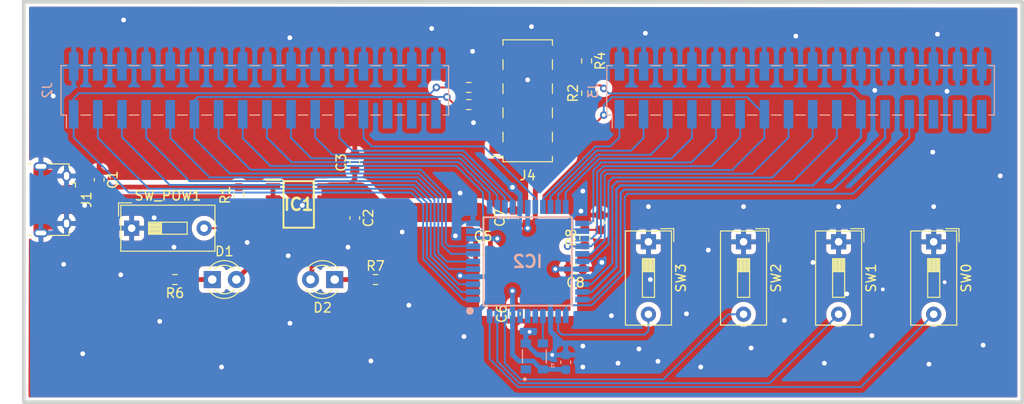
<source format=kicad_pcb>
(kicad_pcb (version 20211014) (generator pcbnew)
  (layers (0 "F.Cu" signal) (31 "B.Cu" signal) (34 "B.Paste" user) (35 "F.Paste" user) (36 "B.SilkS" user "B.Silkscreen") (37 "F.SilkS" user "F.Silkscreen") (38 "B.Mask" user) (39 "F.Mask" user) (44 "Edge.Cuts" user))
  (net 0 "")
  (net 1 "GND")
  (net 2 "+5V")
  (net 3 "Net-(C2-Pad1)")
  (net 4 "+3.3V")
  (net 5 "Net-(C4-Pad1)")
  (net 6 "Net-(IC1-Pad3)")
  (net 7 "/DI0{slash}TDI")
  (net 8 "/DI1")
  (net 9 "/DI2")
  (net 10 "/DI3")
  (net 11 "/DI4")
  (net 12 "/DI5{slash}TMS")
  (net 13 "/DI10")
  (net 14 "/DI11")
  (net 15 "/DI6")
  (net 16 "/DI12")
  (net 17 "/DO6{slash}TCK")
  (net 18 "/DO12")
  (net 19 "Net-(IC2-Pad37)")
  (net 26 "/DI7")
  (net 27 "/DI8")
  (net 28 "/DI9")
  (net 29 "/DO0")
  (net 30 "/DO1")
  (net 31 "/DO2")
  (net 32 "/DO3")
  (net 33 "/DO4")
  (net 34 "/DO5")
  (net 35 "Net-(D1-Pad1)")
  (net 36 "/DO7")
  (net 37 "/DO8")
  (net 38 "/DO9")
  (net 39 "/SW_B0")
  (net 40 "/SW_B1")
  (net 41 "/SW_B2")
  (net 42 "/SW_B3")
  (net 43 "Net-(D2-Pad1)")
  (net 44 "Net-(J4-Pad6)")
  (net 47 "/STATUS_LED")
  (net 55 "/DO11")
  (net 56 "/DO10{slash}TDO")
  (footprint "Resistor_SMD:R_0603_1608Metric" (layer "F.Cu") (at 134.9 69.5)
    (fp_text reference "R3" hide)
    (fp_text value "10k")
  )
  (footprint "Capacitor_SMD:C_0603_1608Metric" (layer "F.Cu") (at 139.6 81.4 90)
    (fp_text reference "C7")
    (fp_text value "4.7u")
  )
  (footprint "Resistor_SMD:R_0603_1608Metric" (layer "F.Cu") (at 147.3 64.9 -90)
    (fp_text reference "R4")
    (fp_text value "10k")
  )
  (footprint "Resistor_SMD:R_0603_1608Metric" (layer "F.Cu") (at 125.1 87.9)
    (fp_text reference "R7")
    (fp_text value "R")
  )
  (footprint "Resistor_SMD:R_0603_1608Metric" (layer "F.Cu") (at 110.715 79 90)
    (fp_text reference "R1")
    (fp_text value "10k")
  )
  (footprint "Button_Switch_THT:SW_DIP_SPSTx01_Slide_9.78x4.72mm_W7.62mm_P2.54mm" (layer "F.Cu") (at 163.8 83.9325 -90)
    (fp_text reference "SW2")
    (fp_text value "SW_DIP_x01")
  )
  (footprint "Button_Switch_THT:SW_DIP_SPSTx01_Slide_9.78x4.72mm_W7.62mm_P2.54mm" (layer "F.Cu") (at 173.8 83.9325 -90)
    (fp_text reference "SW1")
    (fp_text value "SW_DIP_x01")
  )
  (footprint "Resistor_SMD:R_0603_1608Metric" (layer "F.Cu") (at 147.3 68.3 90)
    (fp_text reference "R2")
    (fp_text value "22")
  )
  (footprint "Button_Switch_THT:SW_DIP_SPSTx01_Slide_9.78x4.72mm_W7.62mm_P2.54mm" (layer "F.Cu") (at 183.8 83.9325 -90)
    (fp_text reference "SW0")
    (fp_text value "SW_DIP_x01")
  )
  (footprint "Capacitor_SMD:C_0603_1608Metric" (layer "F.Cu") (at 122.915 75.6 90)
    (fp_text reference "C3")
    (fp_text value "10u")
  )
  (footprint "Resistor_SMD:R_0603_1608Metric" (layer "F.Cu") (at 134.9 67.7 180)
    (fp_text reference "R5" hide)
    (fp_text value "10k")
  )
  (footprint "Resistor_SMD:R_0603_1608Metric" (layer "F.Cu") (at 147.1 83.5 90)
    (fp_text reference "R8")
    (fp_text value "68")
  )
  (footprint "Capacitor_SMD:C_0603_1608Metric" (layer "F.Cu") (at 139.8 91.5 90)
    (fp_text reference "C6")
    (fp_text value "4.7u")
  )
  (footprint "Resistor_SMD:R_0603_1608Metric" (layer "F.Cu") (at 104 87.9 180)
    (fp_text reference "R6")
    (fp_text value "R")
  )
  (footprint "LED_THT:LED_D3.0mm" (layer "F.Cu") (at 120.8 87.9 180)
    (fp_text reference "D2")
    (fp_text value "LED")
  )
  (footprint "Connector_PinSocket_2.54mm:PinSocket_2x05_P2.54mm_Vertical_SMD" (layer "F.Cu") (at 141.1 69.1 180)
    (fp_text reference "J4")
    (fp_text value "Conn_ARM_JTAG_SWD_10")
  )
  (footprint "LED_THT:LED_D3.0mm" (layer "F.Cu") (at 107.925 87.9)
    (fp_text reference "D1")
    (fp_text value "LED")
  )
  (footprint "Capacitor_SMD:C_0603_1608Metric" (layer "F.Cu") (at 122.915 81.425 -90)
    (fp_text reference "C2")
    (fp_text value "1u")
  )
  (footprint "Capacitor_SMD:C_0603_1608Metric" (layer "F.Cu") (at 96.03 77.4 -90)
    (fp_text reference "C1")
    (fp_text value "4.7u")
  )
  (footprint "Capacitor_SMD:C_0603_1608Metric" (layer "F.Cu") (at 146.125 86.8 180)
    (fp_text reference "C8")
    (fp_text value "4.7u")
  )
  (footprint "Connector_USB:USB_Micro-B_Amphenol_10118194_Horizontal" (layer "F.Cu") (at 91.2 79.5 -90)
    (fp_text reference "J1")
    (fp_text value "USB_OTG")
  )
  (footprint "Capacitor_SMD:C_0603_1608Metric" (layer "F.Cu") (at 148.7 81.9 90)
    (fp_text reference "C4" hide)
    (fp_text value "100p")
  )
  (footprint "Button_Switch_THT:SW_DIP_SPSTx01_Slide_9.78x4.72mm_W7.62mm_P2.54mm" (layer "F.Cu") (at 153.8 83.9325 -90)
    (fp_text reference "SW3")
    (fp_text value "SW_DIP_x01")
  )
  (footprint "Button_Switch_THT:SW_DIP_SPSTx01_Slide_9.78x4.72mm_W7.62mm_P2.54mm" (layer "F.Cu") (at 99.4475 82.5)
    (fp_text reference "SW_POW1")
    (fp_text value "POWER_SW")
  )
  (footprint "Capacitor_SMD:C_0603_1608Metric" (layer "F.Cu") (at 136.4 84.8)
    (fp_text reference "C5")
    (fp_text value "4.7u")
  )
  (footprint "MCP1726:SOIC127P600X175-8N" (layer "F.Cu") (at 117.015 80)
    (fp_text reference "IC1")
    (fp_text value "MCP1726-3302E_SN" hide)
  )
  (footprint "EPM3064:QFP80P1200X1200X120-44N" (layer "B.Cu") (at 141.1 86)
    (fp_text reference "IC2")
    (fp_text value "EPM3064ATC44-7N" hide)
  )
  (footprint "Connector_PinSocket_2.54mm:PinSocket_2x16_P2.54mm_Vertical_SMD" (layer "B.Cu") (at 112.4 68 -90)
    (fp_text reference "J2")
    (fp_text value "INPUTS")
  )
  (footprint "ECS_3225:OSC_ECS-TXO-3225-250-TR" (layer "B.Cu") (at 141.8 95.9825 90)
    (fp_text reference "Y1")
    (fp_text value "ECS-TXO-3225-250-TR")
  )
  (footprint "Connector_PinSocket_2.54mm:PinSocket_2x16_P2.54mm_Vertical_SMD" (layer "B.Cu") (at 169.8 68 -90)
    (fp_text reference "J3")
    (fp_text value "OUTPUTS")
  )
  (footprint "Capacitor_SMD:C_0603_1608Metric" (layer "B.Cu") (at 145.1 96.6 -90)
    (fp_text reference "C9" hide)
    (fp_text value "0.1u")
  )
  (gr_rect locked (start 88.1 58.7) (end 193.1 100.8) (layer "Edge.Cuts") (width 0.4) (fill none))
  (segment (start 139.7 69.1) (end 140.9 67.9) (width 0.5) (layer "F.Cu") (net 1))
  (segment (start 138.58 69.1) (end 139.7 69.1) (width 0.5) (layer "F.Cu") (net 1))
  (segment (start 140.9 67.9) (end 141.1 67.7) (width 0.5) (layer "F.Cu") (net 1))
  (segment (start 135.64 71.64) (end 135.4 71.4) (width 0.5) (layer "F.Cu") (net 1))
  (segment (start 141.1 67.7) (end 141.1 66.9) (width 0.5) (layer "F.Cu") (net 1))
  (segment (start 138.58 71.64) (end 135.64 71.64) (width 0.5) (layer "F.Cu") (net 1))
  (via (at 128.6 90.6) (size 1) (drill 0.5) (layers "F.Cu" "B.Cu") (net 1))
  (via (at 185.2 68.1) (size 1) (drill 0.5) (layers "F.Cu" "B.Cu") (net 1))
  (via (at 102.4 92.3) (size 1) (drill 0.5) (layers "F.Cu" "B.Cu") (net 1))
  (via (at 164.6 95.1) (size 1) (drill 0.5) (layers "F.Cu" "B.Cu") (net 1))
  (via (at 134.4 93.9) (size 1) (drill 0.5) (layers "F.Cu" "B.Cu") (net 1))
  (via (at 135.4 71.4) (size 1) (drill 0.5) (layers "F.Cu" "B.Cu") (net 1))
  (via (at 190.8 77) (size 1) (drill 0.5) (layers "F.Cu" "B.Cu") (net 1))
  (via (at 135.3 63.9) (size 1) (drill 0.5) (layers "F.Cu" "B.Cu") (net 1))
  (via (at 183.3 96.8) (size 1) (drill 0.5) (layers "F.Cu" "B.Cu") (net 1))
  (via (at 184.95 88.1825) (size 0.8) (drill 0.4) (layers "F.Cu" "B.Cu") (net 1))
  (via (at 131 61.5) (size 1) (drill 0.5) (layers "F.Cu" "B.Cu") (net 1))
  (via (at 103.9 84.5) (size 1) (drill 0.5) (layers "F.Cu" "B.Cu") (net 1))
  (via (at 94.3 95.7) (size 1) (drill 0.5) (layers "F.Cu" "B.Cu") (net 1))
  (via (at 134 87.4995) (size 0.8) (drill 0.4) (layers "F.Cu" "B.Cu") (net 1))
  (via (at 139.5 78.2) (size 1) (drill 0.5) (layers "F.Cu" "B.Cu") (net 1))
  (via (at 157.8 91.5) (size 1) (drill 0.5) (layers "F.Cu" "B.Cu") (net 1))
  (via (at 117.4 80.1) (size 1) (drill 0.5) (layers "F.Cu" "B.Cu") (net 1))
  (via (at 159.3 97.1) (size 1) (drill 0.5) (layers "F.Cu" "B.Cu") (net 1))
  (via (at 154.8 96.5) (size 1) (drill 0.5) (layers "F.Cu" "B.Cu") (net 1))
  (via (at 115.915 85.4) (size 1) (drill 0.5) (layers "F.Cu" "B.Cu") (net 1))
  (via (at 173.8 80.2325) (size 1) (drill 0.5) (layers "F.Cu" "B.Cu") (net 1))
  (via (at 94.5 80.1) (size 1) (drill 0.5) (layers "F.Cu" "B.Cu") (net 1))
  (via (at 160.1 84.8) (size 1) (drill 0.5) (layers "F.Cu" "B.Cu") (net 1))
  (via (at 171.1 86.1) (size 1) (drill 0.5) (layers "F.Cu" "B.Cu") (net 1))
  (via (at 91.2 68.6) (size 1) (drill 0.5) (layers "F.Cu" "B.Cu") (net 1))
  (via (at 92.3 86.3) (size 1) (drill 0.5) (layers "F.Cu" "B.Cu") (net 1))
  (via (at 150.6 96.7) (size 1) (drill 0.5) (layers "F.Cu" "B.Cu") (net 1))
  (via (at 146.9 78.6) (size 1) (drill 0.5) (layers "F.Cu" "B.Cu") (net 1))
  (via (at 189 94.8) (size 1) (drill 0.5) (layers "F.Cu" "B.Cu") (net 1))
  (via (at 146.9 97.1) (size 1) (drill 0.5) (layers "F.Cu" "B.Cu") (net 1))
  (via (at 133.5 83.3) (size 1) (drill 0.5) (layers "F.Cu" "B.Cu") (net 1))
  (via (at 116.1 92.5) (size 1) (drill 0.5) (layers "F.Cu" "B.Cu") (net 1))
  (via (at 98.6 60.6) (size 1) (drill 0.5) (layers "F.Cu" "B.Cu") (net 1))
  (via (at 177.6 68) (size 1) (drill 0.5) (layers "F.Cu" "B.Cu") (net 1))
  (via (at 153.8 80.2325) (size 1) (drill 0.5) (layers "F.Cu" "B.Cu") (net 1))
  (via (at 183.8 80.2325) (size 1) (drill 0.5) (layers "F.Cu" "B.Cu") (net 1))
  (via (at 116.085511 62.46728) (size 1) (drill 0.5) (layers "F.Cu" "B.Cu") (net 1))
  (via (at 178.45 88.9325) (size 0.8) (drill 0.4) (layers "F.Cu" "B.Cu") (net 1))
  (via (at 143.675 95.825) (size 0.8) (drill 0.4) (layers "F.Cu" "B.Cu") (net 1))
  (via (at 183.7 74.5) (size 1) (drill 0.5) (layers "F.Cu" "B.Cu") (net 1))
  (via (at 174.657675 89.408177) (size 1) (drill 0.5) (layers "F.Cu" "B.Cu") (net 1))
  (via (at 101.815 81.4) (size 1) (drill 0.5) (layers "F.Cu" "B.Cu") (net 1))
  (via (at 98.3 87.4) (size 1) (drill 0.5) (layers "F.Cu" "B.Cu") (net 1))
  (via (at 127.9 82.9) (size 1) (drill 0.5) (layers "F.Cu" "B.Cu") (net 1))
  (via (at 149.9 91.7) (size 1) (drill 0.5) (layers "F.Cu" "B.Cu") (net 1))
  (via (at 146.9 94.9) (size 1) (drill 0.5) (layers "F.Cu" "B.Cu") (net 1))
  (via (at 141.5 61.3) (size 1) (drill 0.5) (layers "F.Cu" "B.Cu") (net 1))
  (via (at 163.8 80.2325) (size 1) (drill 0.5) (layers "F.Cu" "B.Cu") (net 1))
  (via (at 152.8 95.2) (size 1) (drill 0.5) (layers "F.Cu" "B.Cu") (net 1))
  (via (at 154 87.9) (size 1) (drill 0.5) (layers "F.Cu" "B.Cu") (net 1))
  (via (at 146.7 80.7) (size 1) (drill 0.5) (layers "F.Cu" "B.Cu") (net 1))
  (via (at 172.3 96.7) (size 1) (drill 0.5) (layers "F.Cu" "B.Cu") (net 1))
  (via (at 177.3 93.8) (size 1) (drill 0.5) (layers "F.Cu" "B.Cu") (net 1))
  (via (at 108.9 97.1) (size 1) (drill 0.5) (layers "F.Cu" "B.Cu") (net 1))
  (via (at 141.1 66.9) (size 1) (drill 0.5) (layers "F.Cu" "B.Cu") (net 1))
  (via (at 169.3 62.3) (size 1) (drill 0.5) (layers "F.Cu" "B.Cu") (net 1))
  (via (at 134 78.8) (size 1) (drill 0.5) (layers "F.Cu" "B.Cu") (net 1))
  (via (at 124.609432 96.461644) (size 1) (drill 0.5) (layers "F.Cu" "B.Cu") (net 1))
  (via (at 141.3 93.4) (size 0.8) (drill 0.4) (layers "F.Cu" "B.Cu") (net 1))
  (via (at 122.2 84.5) (size 1) (drill 0.5) (layers "F.Cu" "B.Cu") (net 1))
  (via (at 148.9 86.1) (size 1) (drill 0.5) (layers "F.Cu" "B.Cu") (net 1))
  (via (at 153.477728 61.991895) (size 1) (drill 0.5) (layers "F.Cu" "B.Cu") (net 1))
  (via (at 168.1 92.2) (size 1) (drill 0.5) (layers "F.Cu" "B.Cu") (net 1))
  (via (at 111.6 84) (size 1) (drill 0.5) (layers "F.Cu" "B.Cu") (net 1))
  (via (at 184.2 62.1) (size 1) (drill 0.5) (layers "F.Cu" "B.Cu") (net 1))
  (segment (start 135.6 91.5) (end 135.6 92.5) (width 0.5) (layer "B.Cu") (net 1))
  (segment (start 148.848841 86.548841) (end 148.9 86.497682) (width 0.5) (layer "B.Cu") (net 1))
  (segment (start 147.797682 87.6) (end 148.848841 86.548841) (width 0.5) (layer "B.Cu") (net 1))
  (segment (start 143.5 93.3) (end 145.1 94.9) (width 0.5) (layer "B.Cu") (net 1))
  (segment (start 146.7 80.7) (end 146.4 80.7) (width 0.5) (layer "B.Cu") (net 1))
  (segment (start 140.905 94.6175) (end 142.1125 95.825) (width 0.5) (layer "B.Cu") (net 1))
  (segment (start 135.362 87.6) (end 137.4 87.6) (width 0.5) (layer "B.Cu") (net 1))
  (segment (start 135.362 80.162) (end 135.362 82) (width 0.5) (layer "B.Cu") (net 1))
  (segment (start 140.3 79) (end 139.5 78.2) (width 0.5) (layer "B.Cu") (net 1))
  (segment (start 153.8 80.2325) (end 153.8 83.9325) (width 0.5) (layer "B.Cu") (net 1))
  (segment (start 145.1 94.9) (end 145.1 95.825) (width 0.5) (layer "B.Cu") (net 1))
  (segment (start 145.6505 81.4495) (end 145.6505 82.75) (width 0.5) (layer "B.Cu") (net 1))
  (segment (start 142.1125 95.825) (end 143.675 95.825) (width 0.5) (layer "B.Cu") (net 1))
  (segment (start 146.4 80.7) (end 145.6505 81.4495) (width 0.5) (layer "B.Cu") (net 1))
  (segment (start 173.8 80.2325) (end 173.8 83.9325) (width 0.5) (layer "B.Cu") (net 1))
  (segment (start 134 78.8) (end 135.362 80.162) (width 0.5) (layer "B.Cu") (net 1))
  (segment (start 135.362 87.6) (end 134.1005 87.6) (width 0.5) (layer "B.Cu") (net 1))
  (segment (start 145.7005 87.6) (end 143.5 89.8005) (width 0.5) (layer "B.Cu") (net 1))
  (segment (start 137.4 87.6) (end 137.4 89.7) (width 0.5) (layer "B.Cu") (net 1))
  (segment (start 148.9 86.497682) (end 148.9 86.1) (width 0.5) (layer "B.Cu") (net 1))
  (segment (start 183.8 80.2325) (end 183.8 83.9325) (width 0.5) (layer "B.Cu") (net 1))
  (segment (start 146.838 87.6) (end 147.797682 87.6) (width 0.5) (layer "B.Cu") (net 1))
  (segment (start 143.5 89.8005) (end 143.5 91.738) (width 0.5) (layer "B.Cu") (net 1))
  (segment (start 143.675 95.825) (end 145.1 95.825) (width 0.5) (layer "B.Cu") (net 1))
  (segment (start 146.838 87.6) (end 145.7005 87.6) (width 0.5) (layer "B.Cu") (net 1))
  (segment (start 145.7005 82.8) (end 146.838 82.8) (width 0.5) (layer "B.Cu") (net 1))
  (segment (start 163.8 80.2325) (end 163.8 83.9325) (width 0.5) (layer "B.Cu") (net 1))
  (segment (start 140.3 80.262) (end 140.3 79) (width 0.5) (layer "B.Cu") (net 1))
  (segment (start 145.6505 82.75) (end 145.7005 82.8) (width 0.5) (layer "B.Cu") (net 1))
  (segment (start 135.6 92.5) (end 134.3 93.8) (width 0.5) (layer "B.Cu") (net 1))
  (segment (start 137.4 87.6) (end 140.25 84.75) (width 0.5) (layer "B.Cu") (net 1))
  (segment (start 134.1005 87.6) (end 134 87.4995) (width 0.5) (layer "B.Cu") (net 1))
  (segment (start 137.4 89.7) (end 135.6 91.5) (width 0.5) (layer "B.Cu") (net 1))
  (segment (start 143.5 91.738) (end 143.5 93.3) (width 0.5) (layer "B.Cu") (net 1))
  (segment (start 140.25 84.75) (end 140.25 80.5) (width 0.5) (layer "B.Cu") (net 1))
  (segment (start 115.02 79.365) (end 115.515 79.86) (width 0.5) (layer "F.Cu") (net 2))
  (segment (start 114.315 79.365) (end 115.02 79.365) (width 0.5) (layer "F.Cu") (net 2))
  (segment (start 110.715 78.175) (end 114.235 78.175) (width 0.5) (layer "F.Cu") (net 2))
  (segment (start 96.005 78.2) (end 96.03 78.175) (width 0.5) (layer "F.Cu") (net 2))
  (segment (start 114.235 78.175) (end 114.315 78.095) (width 0.5) (layer "F.Cu") (net 2))
  (segment (start 114.315 79.365) (end 114.315 78.095) (width 0.5) (layer "F.Cu") (net 2))
  (segment (start 92.6 78.2) (end 96.005 78.2) (width 0.5) (layer "F.Cu") (net 2))
  (segment (start 96.03 78.175) (end 110.715 78.175) (width 0.5) (layer "F.Cu") (net 2))
  (segment (start 115.515 82.85) (end 110.465 87.9) (width 0.5) (layer "F.Cu") (net 2))
  (segment (start 115.515 79.86) (end 115.515 82.85) (width 0.5) (layer "F.Cu") (net 2))
  (segment (start 122.915 80.65) (end 122.9 80.635) (width 0.2) (layer "F.Cu") (net 3))
  (segment (start 122.9 80.635) (end 119.715 80.635) (width 0.2) (layer "F.Cu") (net 3))
  (segment (start 145.57 67.51) (end 144.93 68.15) (width 0.5) (layer "F.Cu") (net 4))
  (segment (start 125.59 80.85) (end 125.59 80.834746) (width 2) (layer "F.Cu") (net 4))
  (segment (start 144.93 68.15) (end 141.67 68.15) (width 0.5) (layer "F.Cu") (net 4))
  (segment (start 140.29 70.69) (end 136.915 70.69) (width 0.5) (layer "F.Cu") (net 4))
  (segment (start 147.3 64.075) (end 145.57 65.805) (width 0.5) (layer "F.Cu") (net 4))
  (segment (start 145.57 75.03) (end 141.9 78.7) (width 0.5) (layer "F.Cu") (net 4))
  (segment (start 136.915 70.69) (end 135.725 69.5) (width 0.5) (layer "F.Cu") (net 4))
  (segment (start 122.915 77.385) (end 121.6 78.7) (width 0.5) (layer "F.Cu") (net 4))
  (segment (start 141.67 72.59) (end 144.93 72.59) (width 0.5) (layer "F.Cu") (net 4))
  (segment (start 141.9 75.5) (end 141.9 79) (width 0.5) (layer "F.Cu") (net 4))
  (segment (start 145.57 65.805) (end 145.57 67.51) (width 0.5) (layer "F.Cu") (net 4))
  (segment (start 141.2 71.6) (end 140.29 70.69) (width 0.5) (layer "F.Cu") (net 4))
  (segment (start 141.2 68.62) (end 141.2 71.6) (width 0.5) (layer "F.Cu") (net 4))
  (segment (start 125.59 80.85) (end 135.95 80.85) (width 2) (layer "F.Cu") (net 4))
  (segment (start 145.57 73.23) (end 145.57 75.03) (width 0.5) (layer "F.Cu") (net 4))
  (segment (start 123.455254 78.7) (end 121.6 78.7) (width 2) (layer "F.Cu") (net 4))
  (segment (start 141.2 71.6) (end 141.2 72.12) (width 0.5) (layer "F.Cu") (net 4))
  (segment (start 122.835 78.095) (end 122.915 78.175) (width 0.5) (layer "F.Cu") (net 4))
  (segment (start 141.2 72.12) (end 141.67 72.59) (width 0.5) (layer "F.Cu") (net 4))
  (segment (start 140.6 74.2) (end 141.9 75.5) (width 0.5) (layer "F.Cu") (net 4))
  (segment (start 125.59 80.834746) (end 123.455254 78.7) (width 2) (layer "F.Cu") (net 4))
  (segment (start 141.9 78.7) (end 141.9 79) (width 0.5) (layer "F.Cu") (net 4))
  (segment (start 119.715 78.095) (end 119.715 79.365) (width 0.5) (layer "F.Cu") (net 4))
  (segment (start 135.725 67.7) (end 135.725 69.5) (width 0.5) (layer "F.Cu") (net 4))
  (segment (start 139.4 74.2) (end 140.6 74.2) (width 0.5) (layer "F.Cu") (net 4))
  (segment (start 135.95 80.85) (end 138.9 83.8) (width 2) (layer "F.Cu") (net 4))
  (segment (start 141.67 68.15) (end 141.2 68.62) (width 0.5) (layer "F.Cu") (net 4))
  (segment (start 139.38 74.18) (end 139.4 74.2) (width 0.5) (layer "F.Cu") (net 4))
  (segment (start 121.6 78.7) (end 120.4 78.7) (width 2) (layer "F.Cu") (net 4))
  (segment (start 141.9 79) (end 141.9 82.3) (width 0.5) (layer "F.Cu") (net 4))
  (segment (start 119.715 78.095) (end 122.835 78.095) (width 0.5) (layer "F.Cu") (net 4))
  (segment (start 144.93 72.59) (end 145.57 73.23) (width 0.5) (layer "F.Cu") (net 4))
  (segment (start 122.915 76.375) (end 122.915 77.385) (width 0.5) (layer "F.Cu") (net 4))
  (via (at 144 86.8) (size 0.8) (drill 0.4) (layers "F.Cu" "B.Cu") (net 4))
  (via (at 137.9 83.6) (size 0.8) (drill 0.4) (layers "F.Cu" "B.Cu") (net 4))
  (via (at 139.5 89.1) (size 0.8) (drill 0.4) (layers "F.Cu" "B.Cu") (net 4))
  (via (at 141.1 82.5) (size 0.8) (drill 0.4) (layers "F.Cu" "B.Cu") (net 4))
  (segment (start 142.5475 97.3475) (end 142.695 97.3475) (width 0.5) (layer "B.Cu") (net 4))
  (segment (start 141.1 80.262) (end 141.1 82.5) (width 0.5) (layer "B.Cu") (net 4))
  (segment (start 145.0225 97.3475) (end 145.1 97.425) (width 0.5) (layer "B.Cu") (net 4))
  (segment (start 146.838 86.8) (end 144 86.8) (width 0.5) (layer "B.Cu") (net 4))
  (segment (start 139.5 91.738) (end 139.5 95.8) (width 0.5) (layer "B.Cu") (net 4))
  (segment (start 139.5 91.738) (end 139.5 89.1) (width 0.5) (layer "B.Cu") (net 4))
  (segment (start 140.1725 96.4725) (end 141.6725 96.4725) (width 0.5) (layer "B.Cu") (net 4))
  (segment (start 142.695 97.3475) (end 145.0225 97.3475) (width 0.5) (layer "B.Cu") (net 4))
  (segment (start 141.6725 96.4725) (end 142.5475 97.3475) (width 0.5) (layer "B.Cu") (net 4))
  (segment (start 139.5 95.8) (end 140.1725 96.4725) (width 0.5) (layer "B.Cu") (net 4))
  (segment (start 135.362 83.6) (end 137.9 83.6) (width 0.5) (layer "B.Cu") (net 4))
  (segment (start 148.7 82.675) (end 147.1 82.675) (width 0.2) (layer "F.Cu") (net 5))
  (segment (start 112.35 80.635) (end 114.315 80.635) (width 0.2) (layer "F.Cu") (net 6))
  (segment (start 112.08 80.635) (end 112.35 80.635) (width 0.2) (layer "F.Cu") (net 6))
  (segment (start 107.0675 82.5) (end 110.215 82.5) (width 0.2) (layer "F.Cu") (net 6))
  (segment (start 110.715 79.825) (end 110.715 80.4) (width 0.2) (layer "F.Cu") (net 6))
  (segment (start 110.715 80.4) (end 110.95 80.635) (width 0.2) (layer "F.Cu") (net 6))
  (segment (start 110.95 80.635) (end 112.08 80.635) (width 0.2) (layer "F.Cu") (net 6))
  (segment (start 110.215 82.5) (end 112.08 80.635) (width 0.2) (layer "F.Cu") (net 6))
  (segment (start 136.015 65.76) (end 134.075 67.7) (width 0.2) (layer "F.Cu") (net 7))
  (segment (start 142.82 65.76) (end 136.015 65.76) (width 0.2) (layer "F.Cu") (net 7))
  (segment (start 143.62 66.56) (end 142.82 65.76) (width 0.2) (layer "F.Cu") (net 7))
  (segment (start 134.075 67.7) (end 131.5 67.7) (width 0.2) (layer "F.Cu") (net 7))
  (via (at 131.5 67.7) (size 0.8) (drill 0.4) (layers "F.Cu" "B.Cu") (net 7))
  (segment (start 130.1 79.994116) (end 130.1 85.762744) (width 0.2) (layer "B.Cu") (net 7))
  (segment (start 93.9 68.3) (end 93.35 68.85) (width 0.2) (layer "B.Cu") (net 7))
  (segment (start 134.337256 90) (end 135.362 90) (width 0.2) (layer "B.Cu") (net 7))
  (segment (start 128.855884 78.75) (end 130.1 79.994116) (width 0.2) (layer "B.Cu") (net 7))
  (segment (start 93.35 70.52) (end 93.35 72.95) (width 0.2) (layer "B.Cu") (net 7))
  (segment (start 131.5 67.7) (end 130.9 68.3) (width 0.2) (layer "B.Cu") (net 7))
  (segment (start 130.1 85.762744) (end 134.337256 90) (width 0.2) (layer "B.Cu") (net 7))
  (segment (start 93.35 68.85) (end 93.35 70.52) (width 0.2) (layer "B.Cu") (net 7))
  (segment (start 93.35 72.95) (end 99.15 78.75) (width 0.2) (layer "B.Cu") (net 7))
  (segment (start 130.9 68.3) (end 93.9 68.3) (width 0.2) (layer "B.Cu") (net 7))
  (segment (start 99.15 78.75) (end 128.855884 78.75) (width 0.2) (layer "B.Cu") (net 7))
  (segment (start 95.89 70.52) (end 95.89 72.99) (width 0.2) (layer "B.Cu") (net 8))
  (segment (start 129.02157 78.35) (end 130.5 79.82843) (width 0.2) (layer "B.Cu") (net 8))
  (segment (start 130.5 85.597058) (end 134.102942 89.2) (width 0.2) (layer "B.Cu") (net 8))
  (segment (start 95.89 72.99) (end 101.25 78.35) (width 0.2) (layer "B.Cu") (net 8))
  (segment (start 101.25 78.35) (end 129.02157 78.35) (width 0.2) (layer "B.Cu") (net 8))
  (segment (start 134.102942 89.2) (end 135.362 89.2) (width 0.2) (layer "B.Cu") (net 8))
  (segment (start 130.5 79.82843) (end 130.5 85.597058) (width 0.2) (layer "B.Cu") (net 8))
  (segment (start 133.868628 88.4) (end 135.362 88.4) (width 0.2) (layer "B.Cu") (net 9))
  (segment (start 98.43 70.52) (end 98.43 72.93) (width 0.2) (layer "B.Cu") (net 9))
  (segment (start 130.9 85.431372) (end 133.868628 88.4) (width 0.2) (layer "B.Cu") (net 9))
  (segment (start 98.43 72.93) (end 103.45 77.95) (width 0.2) (layer "B.Cu") (net 9))
  (segment (start 129.187256 77.95) (end 130.9 79.662744) (width 0.2) (layer "B.Cu") (net 9))
  (segment (start 103.45 77.95) (end 129.187256 77.95) (width 0.2) (layer "B.Cu") (net 9))
  (segment (start 130.9 79.662744) (end 130.9 85.431372) (width 0.2) (layer "B.Cu") (net 9))
  (segment (start 132.834314 86.8) (end 135.362 86.8) (width 0.2) (layer "B.Cu") (net 10))
  (segment (start 129.352942 77.55) (end 131.3 79.497058) (width 0.2) (layer "B.Cu") (net 10))
  (segment (start 131.3 79.497058) (end 131.3 85.265686) (width 0.2) (layer "B.Cu") (net 10))
  (segment (start 100.97 70.52) (end 100.97 72.97) (width 0.2) (layer "B.Cu") (net 10))
  (segment (start 105.55 77.55) (end 129.352942 77.55) (width 0.2) (layer "B.Cu") (net 10))
  (segment (start 100.97 72.97) (end 105.55 77.55) (width 0.2) (layer "B.Cu") (net 10))
  (segment (start 131.3 85.265686) (end 132.834314 86.8) (width 0.2) (layer "B.Cu") (net 10))
  (segment (start 103.51 72.99) (end 103.51 70.52) (width 0.2) (layer "B.Cu") (net 11))
  (segment (start 131.7 79.331372) (end 129.518628 77.15) (width 0.2) (layer "B.Cu") (net 11))
  (segment (start 132.6 86) (end 131.7 85.1) (width 0.2) (layer "B.Cu") (net 11))
  (segment (start 129.518628 77.15) (end 107.65 77.15) (width 0.2) (layer "B.Cu") (net 11))
  (segment (start 103.5 73) (end 103.51 72.99) (width 0.2) (layer "B.Cu") (net 11))
  (segment (start 107.65 77.15) (end 103.5 73) (width 0.2) (layer "B.Cu") (net 11))
  (segment (start 135.362 86) (end 132.6 86) (width 0.2) (layer "B.Cu") (net 11))
  (segment (start 131.7 85.1) (end 131.7 79.331372) (width 0.2) (layer "B.Cu") (net 11))
  (segment (start 134.075 69.5) (end 133.4 69.5) (width 0.2) (layer "F.Cu") (net 12))
  (segment (start 133.4 69.5) (end 132.6 68.7) (width 0.2) (layer "F.Cu") (net 12))
  (segment (start 134.74 72.44) (end 134.075 71.775) (width 0.2) (layer "F.Cu") (net 12))
  (segment (start 134.075 71.775) (end 134.075 69.5) (width 0.2) (layer "F.Cu") (net 12))
  (segment (start 140.117818 72.44) (end 134.74 72.44) (width 0.2) (layer "F.Cu") (net 12))
  (segment (start 141.857818 74.18) (end 140.117818 72.44) (width 0.2) (layer "F.Cu") (net 12))
  (segment (start 143.62 74.18) (end 141.857818 74.18) (width 0.2) (layer "F.Cu") (net 12))
  (via (at 132.6 68.7) (size 0.8) (drill 0.4) (layers "F.Cu" "B.Cu") (net 12))
  (segment (start 132.1 79.165686) (end 129.684314 76.75) (width 0.2) (layer "B.Cu") (net 12))
  (segment (start 129.684314 76.75) (end 109.75 76.75) (width 0.2) (layer "B.Cu") (net 12))
  (segment (start 106.4 68.7) (end 106.05 69.05) (width 0.2) (layer "B.Cu") (net 12))
  (segment (start 106 73) (end 106.05 72.95) (width 0.2) (layer "B.Cu") (net 12))
  (segment (start 106.05 72.95) (end 106.05 70.52) (width 0.2) (layer "B.Cu") (net 12))
  (segment (start 135.362 85.2) (end 133.034315 85.2) (width 0.2) (layer "B.Cu") (net 12))
  (segment (start 133.034315 85.2) (end 132.1 84.265685) (width 0.2) (layer "B.Cu") (net 12))
  (segment (start 109.75 76.75) (end 106 73) (width 0.2) (layer "B.Cu") (net 12))
  (segment (start 132.6 68.7) (end 106.4 68.7) (width 0.2) (layer "B.Cu") (net 12))
  (segment (start 106.05 69.05) (end 106.05 70.52) (width 0.2) (layer "B.Cu") (net 12))
  (segment (start 132.1 84.265685) (end 132.1 79.165686) (width 0.2) (layer "B.Cu") (net 12))
  (segment (start 118.75 72.95) (end 118.75 70.52) (width 0.2) (layer "B.Cu") (net 13))
  (segment (start 138.7 79.268629) (end 134.18137 74.75) (width 0.2) (layer "B.Cu") (net 13))
  (segment (start 138.7 80.262) (end 138.7 79.268629) (width 0.2) (layer "B.Cu") (net 13))
  (segment (start 120.55 74.75) (end 118.75 72.95) (width 0.2) (layer "B.Cu") (net 13))
  (segment (start 134.18137 74.75) (end 120.55 74.75) (width 0.2) (layer "B.Cu") (net 13))
  (segment (start 122.65 74.35) (end 121.29 72.99) (width 0.2) (layer "B.Cu") (net 14))
  (segment (start 121.29 72.99) (end 121.29 70.52) (width 0.2) (layer "B.Cu") (net 14))
  (segment (start 134.347055 74.35) (end 122.65 74.35) (width 0.2) (layer "B.Cu") (net 14))
  (segment (start 139.5 80.262) (end 139.5 79.502943) (width 0.2) (layer "B.Cu") (net 14))
  (segment (start 139.5 79.502943) (end 134.347055 74.35) (width 0.2) (layer "B.Cu") (net 14))
  (segment (start 129.85 76.35) (end 111.95 76.35) (width 0.2) (layer "B.Cu") (net 15))
  (segment (start 135.362 84.4) (end 132.8 84.4) (width 0.2) (layer "B.Cu") (net 15))
  (segment (start 108.59 72.99) (end 108.59 70.52) (width 0.2) (layer "B.Cu") (net 15))
  (segment (start 132.5 84.1) (end 132.5 79) (width 0.2) (layer "B.Cu") (net 15))
  (segment (start 132.5 79) (end 129.85 76.35) (width 0.2) (layer "B.Cu") (net 15))
  (segment (start 111.95 76.35) (end 108.59 72.99) (width 0.2) (layer "B.Cu") (net 15))
  (segment (start 132.8 84.4) (end 132.5 84.1) (width 0.2) (layer "B.Cu") (net 15))
  (segment (start 123.83 70.52) (end 123.83 73.03) (width 0.2) (layer "B.Cu") (net 16))
  (segment (start 124.7 73.9) (end 136.4755 73.9) (width 0.2) (layer "B.Cu") (net 16))
  (segment (start 136.4755 73.9) (end 141.9 79.3245) (width 0.2) (layer "B.Cu") (net 16))
  (segment (start 141.9 79.3245) (end 141.9 80.262) (width 0.2) (layer "B.Cu") (net 16))
  (segment (start 123.83 73.03) (end 124.7 73.9) (width 0.2) (layer "B.Cu") (net 16))
  (segment (start 145.3 84.4) (end 147.025 84.4) (width 0.2) (layer "F.Cu") (net 17))
  (segment (start 149.1 70.6) (end 148.06 71.64) (width 0.2) (layer "F.Cu") (net 17))
  (segment (start 148.06 71.64) (end 144.42 71.64) (width 0.2) (layer "F.Cu") (net 17))
  (segment (start 147.025 84.4) (end 147.1 84.325) (width 0.2) (layer "F.Cu") (net 17))
  (via (at 149.1 70.6) (size 0.8) (drill 0.4) (layers "F.Cu" "B.Cu") (net 17))
  (via (at 145.3 84.4) (size 0.8) (drill 0.4) (layers "F.Cu" "B.Cu") (net 17))
  (segment (start 148.8 76.809308) (end 149.231372 76.377936) (width 0.2) (layer "B.Cu") (net 17))
  (segment (start 149.95 68.72) (end 164.19 68.72) (width 0.2) (layer "B.Cu") (net 17))
  (segment (start 166 73) (end 165.99 72.99) (width 0.2) (layer "B.Cu") (net 17))
  (segment (start 162.622064 76.377936) (end 166 73) (width 0.2) (layer "B.Cu") (net 17))
  (segment (start 148.8 83.3755) (end 148.8 76.809308) (width 0.2) (layer "B.Cu") (net 17))
  (segment (start 149.1 69.57) (end 149.95 68.72) (width 0.2) (layer "B.Cu") (net 17))
  (segment (start 165.99 72.99) (end 165.99 70.52) (width 0.2) (layer "B.Cu") (net 17))
  (segment (start 164.19 68.72) (end 165.99 70.52) (width 0.2) (layer "B.Cu") (net 17))
  (segment (start 149.231372 76.377936) (end 162.622064 76.377936) (width 0.2) (layer "B.Cu") (net 17))
  (segment (start 146.838 84.4) (end 145.3 84.4) (width 0.2) (layer "B.Cu") (net 17))
  (segment (start 147.7755 84.4) (end 148.8 83.3755) (width 0.2) (layer "B.Cu") (net 17))
  (segment (start 149.1 70.6) (end 149.1 69.57) (width 0.2) (layer "B.Cu") (net 17))
  (segment (start 146.838 84.4) (end 147.7755 84.4) (width 0.2) (layer "B.Cu") (net 17))
  (segment (start 151.3 87.12654) (end 151.3 79.2) (width 0.2) (layer "B.Cu") (net 18))
  (segment (start 181.23 72.97) (end 181.23 70.52) (width 0.2) (layer "B.Cu") (net 18))
  (segment (start 151.3 79.2) (end 151.622064 78.877936) (width 0.2) (layer "B.Cu") (net 18))
  (segment (start 175.322064 78.877936) (end 181.23 72.97) (width 0.2) (layer "B.Cu") (net 18))
  (segment (start 151.622064 78.877936) (end 175.322064 78.877936) (width 0.2) (layer "B.Cu") (net 18))
  (segment (start 145.1 91.738) (end 145.1 90.9) (width 0.2) (layer "B.Cu") (net 18))
  (segment (start 145.4 90.6) (end 147.82654 90.6) (width 0.2) (layer "B.Cu") (net 18))
  (segment (start 147.82654 90.6) (end 151.3 87.12654) (width 0.2) (layer "B.Cu") (net 18))
  (segment (start 145.1 90.9) (end 145.4 90.6) (width 0.2) (layer "B.Cu") (net 18))
  (segment (start 142.695 91.743) (end 142.7 91.738) (width 0.2) (layer "B.Cu") (net 19))
  (segment (start 142.695 94.6175) (end 142.695 91.743) (width 0.2) (layer "B.Cu") (net 19))
  (segment (start 136.2995 82.8) (end 136.3995 82.7) (width 0.2) (layer "B.Cu") (net 26))
  (segment (start 136.3995 78.7495) (end 133.6 75.95) (width 0.2) (layer "B.Cu") (net 26))
  (segment (start 111.13 72.97) (end 111.13 70.52) (width 0.2) (layer "B.Cu") (net 26))
  (segment (start 136.3995 82.7) (end 136.3995 78.7495) (width 0.2) (layer "B.Cu") (net 26))
  (segment (start 111.1 73) (end 111.13 72.97) (width 0.2) (layer "B.Cu") (net 26))
  (segment (start 114.05 75.95) (end 111.1 73) (width 0.2) (layer "B.Cu") (net 26))
  (segment (start 135.362 82.8) (end 136.2995 82.8) (width 0.2) (layer "B.Cu") (net 26))
  (segment (start 133.6 75.95) (end 114.05 75.95) (width 0.2) (layer "B.Cu") (net 26))
  (segment (start 133.85 75.55) (end 116.25 75.55) (width 0.2) (layer "B.Cu") (net 27))
  (segment (start 137.1 80.262) (end 137.1 78.8) (width 0.2) (layer "B.Cu") (net 27))
  (segment (start 137.1 78.8) (end 133.85 75.55) (width 0.2) (layer "B.Cu") (net 27))
  (segment (start 113.67 72.97) (end 113.67 70.52) (width 0.2) (layer "B.Cu") (net 27))
  (segment (start 116.25 75.55) (end 113.67 72.97) (width 0.2) (layer "B.Cu") (net 27))
  (segment (start 116.21 72.99) (end 116.21 70.52) (width 0.2) (layer "B.Cu") (net 28))
  (segment (start 137.9 79.034315) (end 134.015685 75.15) (width 0.2) (layer "B.Cu") (net 28))
  (segment (start 116.2 73) (end 116.21 72.99) (width 0.2) (layer "B.Cu") (net 28))
  (segment (start 118.35 75.15) (end 116.2 73) (width 0.2) (layer "B.Cu") (net 28))
  (segment (start 137.9 80.262) (end 137.9 79.034315) (width 0.2) (layer "B.Cu") (net 28))
  (segment (start 134.015685 75.15) (end 118.35 75.15) (width 0.2) (layer "B.Cu") (net 28))
  (segment (start 150.75 72.95) (end 150.75 70.52) (width 0.2) (layer "B.Cu") (net 29))
  (segment (start 142.7 80.262) (end 142.7 79.4245) (width 0.2) (layer "B.Cu") (net 29))
  (segment (start 148.2245 73.9) (end 149.8 73.9) (width 0.2) (layer "B.Cu") (net 29))
  (segment (start 142.7 79.4245) (end 148.2245 73.9) (width 0.2) (layer "B.Cu") (net 29))
  (segment (start 149.8 73.9) (end 150.75 72.95) (width 0.2) (layer "B.Cu") (net 29))
  (segment (start 153.29 72.99) (end 153.29 70.52) (width 0.2) (layer "B.Cu") (net 30))
  (segment (start 143.5 80.262) (end 143.5 79.190186) (width 0.2) (layer "B.Cu") (net 30))
  (segment (start 153.3 73) (end 153.29 72.99) (width 0.2) (layer "B.Cu") (net 30))
  (segment (start 151.954907 74.345093) (end 153.3 73) (width 0.2) (layer "B.Cu") (net 30))
  (segment (start 143.5 79.190186) (end 148.345093 74.345093) (width 0.2) (layer "B.Cu") (net 30))
  (segment (start 148.345093 74.345093) (end 151.954907 74.345093) (width 0.2) (layer "B.Cu") (net 30))
  (segment (start 155.83 72.97) (end 155.83 70.52) (width 0.2) (layer "B.Cu") (net 31))
  (segment (start 144.3 80.262) (end 144.3 78.955872) (width 0.2) (layer "B.Cu") (net 31))
  (segment (start 154.022064 74.777936) (end 155.83 72.97) (width 0.2) (layer "B.Cu") (net 31))
  (segment (start 148.477936 74.777936) (end 154.022064 74.777936) (width 0.2) (layer "B.Cu") (net 31))
  (segment (start 144.3 78.955872) (end 148.477936 74.777936) (width 0.2) (layer "B.Cu") (net 31))
  (segment (start 158.37 72.97) (end 158.37 70.52) (width 0.2) (layer "B.Cu") (net 32))
  (segment (start 145.1 80.262) (end 145.1 78.721558) (width 0.2) (layer "B.Cu") (net 32))
  (segment (start 156.222064 75.177936) (end 158.4 73) (width 0.2) (layer "B.Cu") (net 32))
  (segment (start 158.4 73) (end 158.37 72.97) (width 0.2) (layer "B.Cu") (net 32))
  (segment (start 148.643622 75.177936) (end 156.222064 75.177936) (width 0.2) (layer "B.Cu") (net 32))
  (segment (start 145.1 78.721558) (end 148.643622 75.177936) (width 0.2) (layer "B.Cu") (net 32))
  (segment (start 158.322064 75.577936) (end 160.91 72.99) (width 0.2) (layer "B.Cu") (net 33))
  (segment (start 148 76.4) (end 148.822064 75.577936) (width 0.2) (layer "B.Cu") (net 33))
  (segment (start 147.7 82) (end 148 81.7) (width 0.2) (layer "B.Cu") (net 33))
  (segment (start 160.91 72.99) (end 160.91 70.52) (width 0.2) (layer "B.Cu") (net 33))
  (segment (start 146.838 82) (end 147.7 82) (width 0.2) (layer "B.Cu") (net 33))
  (segment (start 148.822064 75.577936) (end 158.322064 75.577936) (width 0.2) (layer "B.Cu") (net 33))
  (segment (start 148 81.7) (end 148 76.4) (width 0.2) (layer "B.Cu") (net 33))
  (segment (start 148.4 76.643622) (end 149.065686 75.977936) (width 0.2) (layer "B.Cu") (net 34))
  (segment (start 148.4 83) (end 148.4 76.643622) (width 0.2) (layer "B.Cu") (net 34))
  (segment (start 146.838 83.6) (end 147.8 83.6) (width 0.2) (layer "B.Cu") (net 34))
  (segment (start 163.45 72.95) (end 163.45 70.52) (width 0.2) (layer "B.Cu") (net 34))
  (segment (start 147.8 83.6) (end 148.4 83) (width 0.2) (layer "B.Cu") (net 34))
  (segment (start 160.422064 75.977936) (end 163.45 72.95) (width 0.2) (layer "B.Cu") (net 34))
  (segment (start 149.065686 75.977936) (end 160.422064 75.977936) (width 0.2) (layer "B.Cu") (net 34))
  (segment (start 104.825 87.9) (end 107.925 87.9) (width 0.5) (layer "F.Cu") (net 35))
  (segment (start 149.422064 76.777936) (end 164.722064 76.777936) (width 0.2) (layer "B.Cu") (net 36))
  (segment (start 149.2 77) (end 149.422064 76.777936) (width 0.2) (layer "B.Cu") (net 36))
  (segment (start 147.7755 85.2) (end 149.2 83.7755) (width 0.2) (layer "B.Cu") (net 36))
  (segment (start 164.722064 76.777936) (end 168.53 72.97) (width 0.2) (layer "B.Cu") (net 36))
  (segment (start 168.53 72.97) (end 168.53 70.52) (width 0.2) (layer "B.Cu") (net 36))
  (segment (start 149.2 83.7755) (end 149.2 77) (width 0.2) (layer "B.Cu") (net 36))
  (segment (start 146.838 85.2) (end 147.7755 85.2) (width 0.2) (layer "B.Cu") (net 36))
  (segment (start 149.6 84.1755) (end 149.6 77.6) (width 0.2) (layer "B.Cu") (net 37))
  (segment (start 146.838 86) (end 147.7755 86) (width 0.2) (layer "B.Cu") (net 37))
  (segment (start 171.07 72.93) (end 171.07 70.52) (width 0.2) (layer "B.Cu") (net 37))
  (segment (start 166.822064 77.177936) (end 171.07 72.93) (width 0.2) (layer "B.Cu") (net 37))
  (segment (start 150.022064 77.177936) (end 166.822064 77.177936) (width 0.2) (layer "B.Cu") (net 37))
  (segment (start 149.6 77.6) (end 150.022064 77.177936) (width 0.2) (layer "B.Cu") (net 37))
  (segment (start 147.7755 86) (end 149.6 84.1755) (width 0.2) (layer "B.Cu") (net 37))
  (segment (start 150.522064 77.577936) (end 169.022064 77.577936) (width 0.2) (layer "B.Cu") (net 38))
  (segment (start 150 78.1) (end 150.522064 77.577936) (width 0.2) (layer "B.Cu") (net 38))
  (segment (start 147.7755 88.4) (end 150 86.1755) (width 0.2) (layer "B.Cu") (net 38))
  (segment (start 169.022064 77.577936) (end 173.61 72.99) (width 0.2) (layer "B.Cu") (net 38))
  (segment (start 146.838 88.4) (end 147.7755 88.4) (width 0.2) (layer "B.Cu") (net 38))
  (segment (start 150 86.1755) (end 150 78.1) (width 0.2) (layer "B.Cu") (net 38))
  (segment (start 173.61 72.99) (end 173.61 70.52) (width 0.2) (layer "B.Cu") (net 38))
  (segment (start 176.1525 99.2) (end 183.8 91.5525) (width 0.2) (layer "B.Cu") (net 39))
  (segment (start 140.056129 99.2) (end 176.1525 99.2) (width 0.2) (layer "B.Cu") (net 39))
  (segment (start 137.1 96.243871) (end 140.056129 99.2) (width 0.2) (layer "B.Cu") (net 39))
  (segment (start 137.1 91.738) (end 137.1 96.243871) (width 0.2) (layer "B.Cu") (net 39))
  (segment (start 137.9 96.478186) (end 140.221814 98.8) (width 0.2) (layer "B.Cu") (net 40))
  (segment (start 166.5525 98.8) (end 173.8 91.5525) (width 0.2) (layer "B.Cu") (net 40))
  (segment (start 140.221814 98.8) (end 166.5525 98.8) (width 0.2) (layer "B.Cu") (net 40))
  (segment (start 137.9 91.738) (end 137.9 96.478186) (width 0.2) (layer "B.Cu") (net 40))
  (segment (start 138.7 91.738) (end 138.7 96.7125) (width 0.2) (layer "B.Cu") (net 41))
  (segment (start 140.3875 98.4) (end 155.368629 98.4) (width 0.2) (layer "B.Cu") (net 41))
  (segment (start 155.368629 98.4) (end 162.216129 91.5525) (width 0.2) (layer "B.Cu") (net 41))
  (segment (start 162.216129 91.5525) (end 163.8 91.5525) (width 0.2) (layer "B.Cu") (net 41))
  (segment (start 138.7 96.7125) (end 140.3875 98.4) (width 0.2) (layer "B.Cu") (net 41))
  (segment (start 153.4 93.7) (end 153.8 93.3) (width 0.2) (layer "B.Cu") (net 42))
  (segment (start 144.3 93.3) (end 144.7 93.7) (width 0.2) (layer "B.Cu") (net 42))
  (segment (start 153.8 93.3) (end 153.8 91.5525) (width 0.2) (layer "B.Cu") (net 42))
  (segment (start 144.7 93.7) (end 153.4 93.7) (width 0.2) (layer "B.Cu") (net 42))
  (segment (start 144.3 91.738) (end 144.3 93.3) (width 0.2) (layer "B.Cu") (net 42))
  (segment (start 120.8 87.9) (end 124.275 87.9) (width 0.5) (layer "F.Cu") (net 43))
  (segment (start 147.3 69.125) (end 147.275 69.1) (width 0.2) (layer "F.Cu") (net 44))
  (segment (start 147.275 69.1) (end 143.62 69.1) (width 0.2) (layer "F.Cu") (net 44))
  (segment (start 119.715 81.905) (end 118.995 81.905) (width 0.5) (layer "F.Cu") (net 47))
  (segment (start 119.31 81.905) (end 119.715 81.905) (width 0.2) (layer "F.Cu") (net 47))
  (segment (start 118.4 82.5) (end 118.4 87.76) (width 0.5) (layer "F.Cu") (net 47))
  (segment (start 118.4 87.76) (end 118.26 87.9) (width 0.5) (layer "F.Cu") (net 47))
  (segment (start 118.995 81.905) (end 118.4 82.5) (width 0.5) (layer "F.Cu") (net 47))
  (segment (start 147.8255 90) (end 150.875 86.9505) (width 0.25) (layer "B.Cu") (net 55))
  (segment (start 151.247064 78.452936) (end 173.247064 78.452936) (width 0.25) (layer "B.Cu") (net 55))
  (segment (start 178.7 73) (end 178.69 72.99) (width 0.25) (layer "B.Cu") (net 55))
  (segment (start 178.69 72.99) (end 178.69 70.52) (width 0.25) (layer "B.Cu") (net 55))
  (segment (start 150.875 78.825) (end 151.247064 78.452936) (width 0.25) (layer "B.Cu") (net 55))
  (segment (start 150.875 86.9505) (end 150.875 78.825) (width 0.25) (layer "B.Cu") (net 55))
  (segment (start 146.838 90) (end 147.8255 90) (width 0.25) (layer "B.Cu") (net 55))
  (segment (start 173.247064 78.452936) (end 178.7 73) (width 0.25) (layer "B.Cu") (net 55))
  (segment (start 147.3 67.475) (end 147.3 65.725) (width 0.2) (layer "F.Cu") (net 56))
  (segment (start 148.775 67.475) (end 149.1 67.8) (width 0.2) (layer "F.Cu") (net 56))
  (segment (start 147.3 67.475) (end 148.775 67.475) (width 0.2) (layer "F.Cu") (net 56))
  (via (at 149.1 67.8) (size 0.8) (drill 0.4) (layers "F.Cu" "B.Cu") (net 56))
  (segment (start 150.822064 78.002936) (end 171.097064 78.002936) (width 0.25) (layer "B.Cu") (net 56))
  (segment (start 146.838 89.2) (end 147.8255 89.2) (width 0.25) (layer "B.Cu") (net 56))
  (segment (start 175.2 68.3) (end 176.15 69.25) (width 0.2) (layer "B.Cu") (net 56))
  (segment (start 176.15 69.25) (end 176.15 70.52) (width 0.2) (layer "B.Cu") (net 56))
  (segment (start 147.8255 89.2) (end 150.425 86.6005) (width 0.25) (layer "B.Cu") (net 56))
  (segment (start 149.62 68.32) (end 175.18 68.32) (width 0.2) (layer "B.Cu") (net 56))
  (segment (start 149.1 67.8) (end 149.62 68.32) (width 0.2) (layer "B.Cu") (net 56))
  (segment (start 175.18 68.32) (end 175.2 68.3) (width 0.2) (layer "B.Cu") (net 56))
  (segment (start 150.425 78.4) (end 150.822064 78.002936) (width 0.25) (layer "B.Cu") (net 56))
  (segment (start 171.097064 78.002936) (end 176.15 72.95) (width 0.25) (layer "B.Cu") (net 56))
  (segment (start 150.425 86.6005) (end 150.425 78.4) (width 0.25) (layer "B.Cu") (net 56))
  (segment (start 176.15 72.95) (end 176.15 70.52) (width 0.25) (layer "B.Cu") (net 56))
  (zone (net 1) (net_name "GND") (layer "F.Cu") (name "3V3") (priority 1) (connect_pads (clearance 0.5)) (min_thickness 0.254) (fill yes (thermal_gap 0.508) (thermal_bridge_width 0.508))
    (polygon (pts (xy 192.6 59.3) (xy 192.7 100.3) (xy 88.6 100.3) (xy 88.7 59.2)))
    (polygon (pts (xy 136.8 81) (xy 136.1 81.7) (xy 136 90.3) (xy 136 91.7) (xy 137.9 91.8) (xy 138.9 91.8) (xy 140.2 91.8) (xy 141.4 91.8) (xy 144.2 91.8) (xy 146.3 91.7) (xy 146.3 81.9) (xy 145.4 81)))
  )
  (zone (net 4) (net_name "+3.3V") (layer "F.Cu") (name "3V3") (connect_pads (clearance 0.5)) (min_thickness 0.254) (fill yes (thermal_gap 0.508) (thermal_bridge_width 0.508))
    (polygon (pts (xy 145.6 82.2) (xy 145.6 91.2) (xy 142.2 91.2) (xy 140.1 91.2) (xy 139.2 91.2) (xy 138.5 91.2) (xy 137.7 91.2) (xy 136.9 91.2) (xy 136.9 90.2) (xy 136.9 82.2) (xy 137.4 81.6) (xy 145 81.6)))
  )
  (zone (net 1) (net_name "GND") (layer "B.Cu") (name "GND") (connect_pads (clearance 0.508)) (min_thickness 0.254) (fill yes (thermal_gap 0.508) (thermal_bridge_width 0.508))
    (polygon (pts (xy 192.678598 100.437602) (xy 88.778598 100.337602) (xy 88.65 59.15) (xy 192.65 59.3)))
  )
)
</source>
